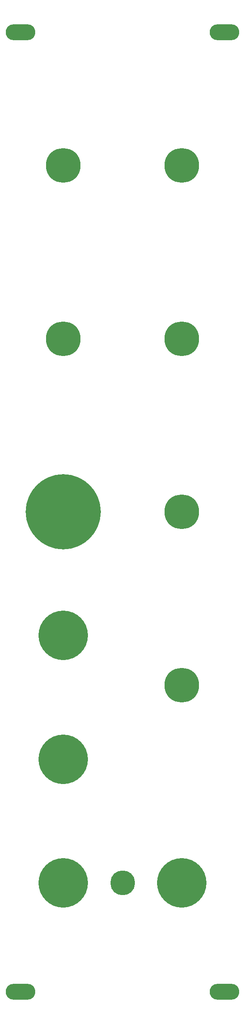
<source format=gbr>
G04 #@! TF.GenerationSoftware,KiCad,Pcbnew,5.1.10-88a1d61d58~90~ubuntu20.04.1*
G04 #@! TF.CreationDate,2021-08-07T10:22:08-04:00*
G04 #@! TF.ProjectId,precadsr_panel_al,70726563-6164-4737-925f-70616e656c5f,rev?*
G04 #@! TF.SameCoordinates,Original*
G04 #@! TF.FileFunction,Soldermask,Top*
G04 #@! TF.FilePolarity,Negative*
%FSLAX46Y46*%
G04 Gerber Fmt 4.6, Leading zero omitted, Abs format (unit mm)*
G04 Created by KiCad (PCBNEW 5.1.10-88a1d61d58~90~ubuntu20.04.1) date 2021-08-07 10:22:08*
%MOMM*%
%LPD*%
G01*
G04 APERTURE LIST*
%ADD10C,5.000000*%
%ADD11C,7.000000*%
%ADD12C,10.000000*%
%ADD13C,15.200000*%
%ADD14O,6.000000X3.200000*%
G04 APERTURE END LIST*
D10*
X25000000Y-175000000D03*
D11*
X37000000Y-135000000D03*
D12*
X37000000Y-175000000D03*
D13*
X13000000Y-100000000D03*
D11*
X37000000Y-100000000D03*
D12*
X13000000Y-175000000D03*
D11*
X13000000Y-65000000D03*
X37000000Y-65000000D03*
D12*
X13000000Y-150000000D03*
D11*
X13000000Y-30000000D03*
X37000000Y-30000000D03*
D12*
X13000000Y-125000000D03*
D14*
X45600000Y-3000000D03*
X45600000Y-197000000D03*
X4400000Y-3000000D03*
X4400000Y-197000000D03*
M02*

</source>
